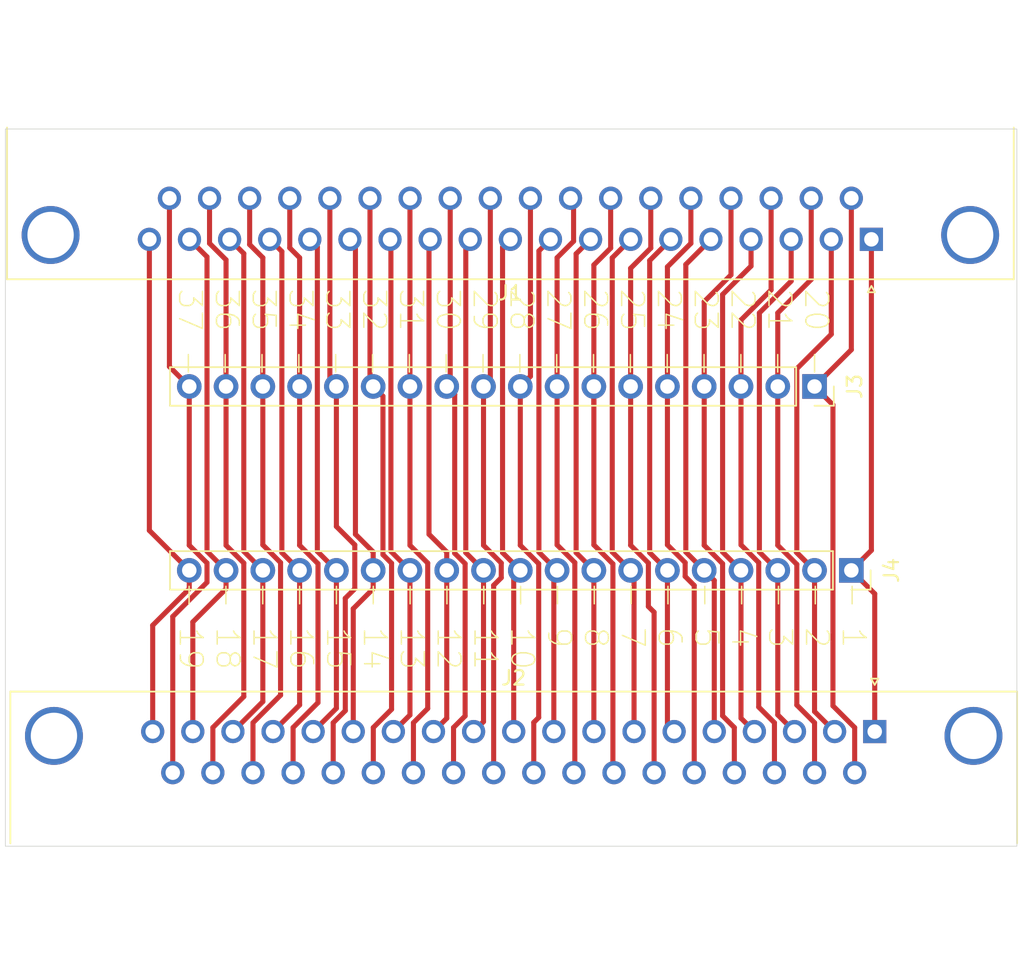
<source format=kicad_pcb>
(kicad_pcb (version 20240108) (generator "pcbnew") (generator_version "8.0")
  (layers (0 "F.Cu" signal) (31 "B.Cu" signal) (34 "B.Paste" user) (35 "F.Paste" user) (36 "B.SilkS" user "B.Silkscreen") (37 "F.SilkS" user "F.Silkscreen") (38 "B.Mask" user) (39 "F.Mask" user) (44 "Edge.Cuts" user))
  (net 0 "")
  (net 1 "9")
  (net 2 "21")
  (net 3 "32")
  (net 4 "2")
  (net 5 "11")
  (net 6 "30")
  (net 7 "23")
  (net 8 "31")
  (net 9 "10")
  (net 10 "15")
  (net 11 "18")
  (net 12 "27")
  (net 13 "8")
  (net 14 "17")
  (net 15 "5")
  (net 16 "35")
  (net 17 "6")
  (net 18 "37")
  (net 19 "14")
  (net 20 "3")
  (net 21 "12")
  (net 22 "22")
  (net 23 "20")
  (net 24 "29")
  (net 25 "19")
  (net 26 "7")
  (net 27 "13")
  (net 28 "16")
  (net 29 "34")
  (net 30 "33")
  (net 31 "36")
  (net 32 "25")
  (net 33 "28")
  (net 34 "4")
  (net 35 "1")
  (net 36 "24")
  (net 37 "26")
  (footprint "Connector_PinSocket_2.54mm:PinSocket_1x18_P2.54mm_Vertical" (layer "F.Cu") (at 172.72 48.26 -90)
    (property "Reference" "J3" (at 0 -2.77 90) (layer "F.SilkS"))
    (property "Value" "Conn_01x18_Pin")
    (fp_line (start -1.33 44.51) (end 1.33 44.51) (stroke (width 0.12)) (layer "F.SilkS"))
    (fp_line (start -1.33 1.27) (end -1.33 44.51) (stroke (width 0.12)) (layer "F.SilkS"))
    (fp_line (start -1.33 1.27) (end 1.33 1.27) (stroke (width 0.12)) (layer "F.SilkS"))
    (fp_line (start 1.33 1.27) (end 1.33 44.51) (stroke (width 0.12)) (layer "F.SilkS"))
    (fp_line (start 0 -1.33) (end 1.33 -1.33) (stroke (width 0.12)) (layer "F.SilkS"))
    (fp_line (start 1.33 -1.33) (end 1.33 0) (stroke (width 0.12)) (layer "F.SilkS"))
    (pad "1" thru_hole rect (at 0 0 270) (size 1.7 1.7) (drill 1) (layers "*.Cu" "*.Mask") (net 23 "20"))
    (pad "2" thru_hole oval (at 0 2.54 270) (size 1.7 1.7) (drill 1) (layers "*.Cu" "*.Mask") (net 2 "21"))
    (pad "3" thru_hole oval (at 0 5.08 270) (size 1.7 1.7) (drill 1) (layers "*.Cu" "*.Mask") (net 22 "22"))
    (pad "4" thru_hole oval (at 0 7.62 270) (size 1.7 1.7) (drill 1) (layers "*.Cu" "*.Mask") (net 7 "23"))
    (pad "5" thru_hole oval (at 0 10.16 270) (size 1.7 1.7) (drill 1) (layers "*.Cu" "*.Mask") (net 36 "24"))
    (pad "6" thru_hole oval (at 0 12.7 270) (size 1.7 1.7) (drill 1) (layers "*.Cu" "*.Mask") (net 32 "25"))
    (pad "7" thru_hole oval (at 0 15.24 270) (size 1.7 1.7) (drill 1) (layers "*.Cu" "*.Mask") (net 37 "26"))
    (pad "8" thru_hole oval (at 0 17.78 270) (size 1.7 1.7) (drill 1) (layers "*.Cu" "*.Mask") (net 12 "27"))
    (pad "9" thru_hole oval (at 0 20.32 270) (size 1.7 1.7) (drill 1) (layers "*.Cu" "*.Mask") (net 33 "28"))
    (pad "10" thru_hole oval (at 0 22.86 270) (size 1.7 1.7) (drill 1) (layers "*.Cu" "*.Mask") (net 24 "29"))
    (pad "11" thru_hole oval (at 0 25.4 270) (size 1.7 1.7) (drill 1) (layers "*.Cu" "*.Mask") (net 6 "30"))
    (pad "12" thru_hole oval (at 0 27.94 270) (size 1.7 1.7) (drill 1) (layers "*.Cu" "*.Mask") (net 8 "31"))
    (pad "13" thru_hole oval (at 0 30.48 270) (size 1.7 1.7) (drill 1) (layers "*.Cu" "*.Mask") (net 3 "32"))
    (pad "14" thru_hole oval (at 0 33.02 270) (size 1.7 1.7) (drill 1) (layers "*.Cu" "*.Mask") (net 30 "33"))
    (pad "15" thru_hole oval (at 0 35.56 270) (size 1.7 1.7) (drill 1) (layers "*.Cu" "*.Mask") (net 29 "34"))
    (pad "16" thru_hole oval (at 0 38.1 270) (size 1.7 1.7) (drill 1) (layers "*.Cu" "*.Mask") (net 16 "35"))
    (pad "17" thru_hole oval (at 0 40.64 270) (size 1.7 1.7) (drill 1) (layers "*.Cu" "*.Mask") (net 31 "36"))
    (pad "18" thru_hole oval (at 0 43.18 270) (size 1.7 1.7) (drill 1) (layers "*.Cu" "*.Mask") (net 18 "37"))
  )
  (footprint "Connector_Dsub:DSUB-37_Female_Horizontal_P2.77x2.84mm_EdgePinOffset4.94mm_Housed_MountingHolesOffset7.48mm" (layer "F.Cu") (at 176.875 72.09)
    (property "Reference" "J2" (at -24.93 -3.7 0) (layer "F.SilkS"))
    (property "Value" "DC37_Receptacle")
    (fp_line (start -59.69 -2.76) (end 9.83 -2.76) (stroke (width 0.12)) (layer "F.SilkS"))
    (fp_line (start -59.69 7.72) (end -59.69 -2.76) (stroke (width 0.12)) (layer "F.SilkS"))
    (fp_line (start -0.25 -3.654338) (end 0.25 -3.654338) (stroke (width 0.12)) (layer "F.SilkS"))
    (fp_line (start 0 -3.221325) (end -0.25 -3.654338) (stroke (width 0.12)) (layer "F.SilkS"))
    (fp_line (start 0.25 -3.654338) (end 0 -3.221325) (stroke (width 0.12)) (layer "F.SilkS"))
    (fp_line (start 9.83 -2.76) (end 9.83 7.72) (stroke (width 0.12)) (layer "F.SilkS"))
    (pad "0" thru_hole circle (at -56.68 0.3) (size 4 4) (drill 3.2) (layers "*.Cu" "*.Mask"))
    (pad "0" thru_hole circle (at 6.82 0.3) (size 4 4) (drill 3.2) (layers "*.Cu" "*.Mask"))
    (pad "1" thru_hole rect (at 0 0) (size 1.6 1.6) (drill 1) (layers "*.Cu" "*.Mask") (net 35 "1"))
    (pad "2" thru_hole circle (at -2.77 0) (size 1.6 1.6) (drill 1) (layers "*.Cu" "*.Mask") (net 4 "2"))
    (pad "3" thru_hole circle (at -5.54 0) (size 1.6 1.6) (drill 1) (layers "*.Cu" "*.Mask") (net 20 "3"))
    (pad "4" thru_hole circle (at -8.31 0) (size 1.6 1.6) (drill 1) (layers "*.Cu" "*.Mask") (net 34 "4"))
    (pad "5" thru_hole circle (at -11.08 0) (size 1.6 1.6) (drill 1) (layers "*.Cu" "*.Mask") (net 15 "5"))
    (pad "6" thru_hole circle (at -13.85 0) (size 1.6 1.6) (drill 1) (layers "*.Cu" "*.Mask") (net 17 "6"))
    (pad "7" thru_hole circle (at -16.62 0) (size 1.6 1.6) (drill 1) (layers "*.Cu" "*.Mask") (net 26 "7"))
    (pad "8" thru_hole circle (at -19.39 0) (size 1.6 1.6) (drill 1) (layers "*.Cu" "*.Mask") (net 13 "8"))
    (pad "9" thru_hole circle (at -22.16 0) (size 1.6 1.6) (drill 1) (layers "*.Cu" "*.Mask") (net 1 "9"))
    (pad "10" thru_hole circle (at -24.93 0) (size 1.6 1.6) (drill 1) (layers "*.Cu" "*.Mask") (net 9 "10"))
    (pad "11" thru_hole circle (at -27.7 0) (size 1.6 1.6) (drill 1) (layers "*.Cu" "*.Mask") (net 5 "11"))
    (pad "12" thru_hole circle (at -30.47 0) (size 1.6 1.6) (drill 1) (layers "*.Cu" "*.Mask") (net 21 "12"))
    (pad "13" thru_hole circle (at -33.24 0) (size 1.6 1.6) (drill 1) (layers "*.Cu" "*.Mask") (net 27 "13"))
    (pad "14" thru_hole circle (at -36.01 0) (size 1.6 1.6) (drill 1) (layers "*.Cu" "*.Mask") (net 19 "14"))
    (pad "15" thru_hole circle (at -38.78 0) (size 1.6 1.6) (drill 1) (layers "*.Cu" "*.Mask") (net 10 "15"))
    (pad "16" thru_hole circle (at -41.55 0) (size 1.6 1.6) (drill 1) (layers "*.Cu" "*.Mask") (net 28 "16"))
    (pad "17" thru_hole circle (at -44.32 0) (size 1.6 1.6) (drill 1) (layers "*.Cu" "*.Mask") (net 14 "17"))
    (pad "18" thru_hole circle (at -47.09 0) (size 1.6 1.6) (drill 1) (layers "*.Cu" "*.Mask") (net 11 "18"))
    (pad "19" thru_hole circle (at -49.86 0) (size 1.6 1.6) (drill 1) (layers "*.Cu" "*.Mask") (net 25 "19"))
    (pad "20" thru_hole circle (at -1.385 2.84) (size 1.6 1.6) (drill 1) (layers "*.Cu" "*.Mask") (net 23 "20"))
    (pad "21" thru_hole circle (at -4.155 2.84) (size 1.6 1.6) (drill 1) (layers "*.Cu" "*.Mask") (net 2 "21"))
    (pad "22" thru_hole circle (at -6.925 2.84) (size 1.6 1.6) (drill 1) (layers "*.Cu" "*.Mask") (net 22 "22"))
    (pad "23" thru_hole circle (at -9.695 2.84) (size 1.6 1.6) (drill 1) (layers "*.Cu" "*.Mask") (net 7 "23"))
    (pad "24" thru_hole circle (at -12.465 2.84) (size 1.6 1.6) (drill 1) (layers "*.Cu" "*.Mask") (net 36 "24"))
    (pad "25" thru_hole circle (at -15.235 2.84) (size 1.6 1.6) (drill 1) (layers "*.Cu" "*.Mask") (net 32 "25"))
    (pad "26" thru_hole circle (at -18.005 2.84) (size 1.6 1.6) (drill 1) (layers "*.Cu" "*.Mask") (net 37 "26"))
    (pad "27" thru_hole circle (at -20.775 2.84) (size 1.6 1.6) (drill 1) (layers "*.Cu" "*.Mask") (net 12 "27"))
    (pad "28" thru_hole circle (at -23.545 2.84) (size 1.6 1.6) (drill 1) (layers "*.Cu" "*.Mask") (net 33 "28"))
    (pad "29" thru_hole circle (at -26.315 2.84) (size 1.6 1.6) (drill 1) (layers "*.Cu" "*.Mask") (net 24 "29"))
    (pad "30" thru_hole circle (at -29.085 2.84) (size 1.6 1.6) (drill 1) (layers "*.Cu" "*.Mask") (net 6 "30"))
    (pad "31" thru_hole circle (at -31.855 2.84) (size 1.6 1.6) (drill 1) (layers "*.Cu" "*.Mask") (net 8 "31"))
    (pad "32" thru_hole circle (at -34.625 2.84) (size 1.6 1.6) (drill 1) (layers "*.Cu" "*.Mask") (net 3 "32"))
    (pad "33" thru_hole circle (at -37.395 2.84) (size 1.6 1.6) (drill 1) (layers "*.Cu" "*.Mask") (net 30 "33"))
    (pad "34" thru_hole circle (at -40.165 2.84) (size 1.6 1.6) (drill 1) (layers "*.Cu" "*.Mask") (net 29 "34"))
    (pad "35" thru_hole circle (at -42.935 2.84) (size 1.6 1.6) (drill 1) (layers "*.Cu" "*.Mask") (net 16 "35"))
    (pad "36" thru_hole circle (at -45.705 2.84) (size 1.6 1.6) (drill 1) (layers "*.Cu" "*.Mask") (net 31 "36"))
    (pad "37" thru_hole circle (at -48.475 2.84) (size 1.6 1.6) (drill 1) (layers "*.Cu" "*.Mask") (net 18 "37"))
  )
  (footprint "Connector_Dsub:DSUB-37_Male_Horizontal_P2.77x2.84mm_EdgePinOffset4.94mm_Housed_MountingHolesOffset7.48mm" (layer "F.Cu") (at 176.645 38.1 180)
    (property "Reference" "J1" (at 24.93 -3.7 0) (layer "F.SilkS"))
    (property "Value" "DC37_Plug")
    (fp_line (start 59.69 -2.76) (end 59.69 7.72) (stroke (width 0.12)) (layer "F.SilkS"))
    (fp_line (start 0.25 -3.654338) (end 0 -3.221325) (stroke (width 0.12)) (layer "F.SilkS"))
    (fp_line (start 0 -3.221325) (end -0.25 -3.654338) (stroke (width 0.12)) (layer "F.SilkS"))
    (fp_line (start -0.25 -3.654338) (end 0.25 -3.654338) (stroke (width 0.12)) (layer "F.SilkS"))
    (fp_line (start -9.83 7.72) (end -9.83 -2.76) (stroke (width 0.12)) (layer "F.SilkS"))
    (fp_line (start -9.83 -2.76) (end 59.69 -2.76) (stroke (width 0.12)) (layer "F.SilkS"))
    (pad "0" thru_hole circle (at -6.82 0.3 180) (size 4 4) (drill 3.2) (layers "*.Cu" "*.Mask"))
    (pad "0" thru_hole circle (at 56.68 0.3 180) (size 4 4) (drill 3.2) (layers "*.Cu" "*.Mask"))
    (pad "1" thru_hole rect (at 0 0 180) (size 1.6 1.6) (drill 1) (layers "*.Cu" "*.Mask") (net 35 "1"))
    (pad "2" thru_hole circle (at 2.77 0 180) (size 1.6 1.6) (drill 1) (layers "*.Cu" "*.Mask") (net 4 "2"))
    (pad "3" thru_hole circle (at 5.54 0 180) (size 1.6 1.6) (drill 1) (layers "*.Cu" "*.Mask") (net 20 "3"))
    (pad "4" thru_hole circle (at 8.31 0 180) (size 1.6 1.6) (drill 1) (layers "*.Cu" "*.Mask") (net 34 "4"))
    (pad "5" thru_hole circle (at 11.08 0 180) (size 1.6 1.6) (drill 1) (layers "*.Cu" "*.Mask") (net 15 "5"))
    (pad "6" thru_hole circle (at 13.85 0 180) (size 1.6 1.6) (drill 1) (layers "*.Cu" "*.Mask") (net 17 "6"))
    (pad "7" thru_hole circle (at 16.62 0 180) (size 1.6 1.6) (drill 1) (layers "*.Cu" "*.Mask") (net 26 "7"))
    (pad "8" thru_hole circle (at 19.39 0 180) (size 1.6 1.6) (drill 1) (layers "*.Cu" "*.Mask") (net 13 "8"))
    (pad "9" thru_hole circle (at 22.16 0 180) (size 1.6 1.6) (drill 1) (layers "*.Cu" "*.Mask") (net 1 "9"))
    (pad "10" thru_hole circle (at 24.93 0 180) (size 1.6 1.6) (drill 1) (layers "*.Cu" "*.Mask") (net 9 "10"))
    (pad "11" thru_hole circle (at 27.7 0 180) (size 1.6 1.6) (drill 1) (layers "*.Cu" "*.Mask") (net 5 "11"))
    (pad "12" thru_hole circle (at 30.47 0 180) (size 1.6 1.6) (drill 1) (layers "*.Cu" "*.Mask") (net 21 "12"))
    (pad "13" thru_hole circle (at 33.24 0 180) (size 1.6 1.6) (drill 1) (layers "*.Cu" "*.Mask") (net 27 "13"))
    (pad "14" thru_hole circle (at 36.01 0 180) (size 1.6 1.6) (drill 1) (layers "*.Cu" "*.Mask") (net 19 "14"))
    (pad "15" thru_hole circle (at 38.78 0 180) (size 1.6 1.6) (drill 1) (layers "*.Cu" "*.Mask") (net 10 "15"))
    (pad "16" thru_hole circle (at 41.55 0 180) (size 1.6 1.6) (drill 1) (layers "*.Cu" "*.Mask") (net 28 "16"))
    (pad "17" thru_hole circle (at 44.32 0 180) (size 1.6 1.6) (drill 1) (layers "*.Cu" "*.Mask") (net 14 "17"))
    (pad "18" thru_hole circle (at 47.09 0 180) (size 1.6 1.6) (drill 1) (layers "*.Cu" "*.Mask") (net 11 "18"))
    (pad "19" thru_hole circle (at 49.86 0 180) (size 1.6 1.6) (drill 1) (layers "*.Cu" "*.Mask") (net 25 "19"))
    (pad "20" thru_hole circle (at 1.385 2.84 180) (size 1.6 1.6) (drill 1) (layers "*.Cu" "*.Mask") (net 23 "20"))
    (pad "21" thru_hole circle (at 4.155 2.84 180) (size 1.6 1.6) (drill 1) (layers "*.Cu" "*.Mask") (net 2 "21"))
    (pad "22" thru_hole circle (at 6.925 2.84 180) (size 1.6 1.6) (drill 1) (layers "*.Cu" "*.Mask") (net 22 "22"))
    (pad "23" thru_hole circle (at 9.695 2.84 180) (size 1.6 1.6) (drill 1) (layers "*.Cu" "*.Mask") (net 7 "23"))
    (pad "24" thru_hole circle (at 12.465 2.84 180) (size 1.6 1.6) (drill 1) (layers "*.Cu" "*.Mask") (net 36 "24"))
    (pad "25" thru_hole circle (at 15.235 2.84 180) (size 1.6 1.6) (drill 1) (layers "*.Cu" "*.Mask") (net 32 "25"))
    (pad "26" thru_hole circle (at 18.005 2.84 180) (size 1.6 1.6) (drill 1) (layers "*.Cu" "*.Mask") (net 37 "26"))
    (pad "27" thru_hole circle (at 20.775 2.84 180) (size 1.6 1.6) (drill 1) (layers "*.Cu" "*.Mask") (net 12 "27"))
    (pad "28" thru_hole circle (at 23.545 2.84 180) (size 1.6 1.6) (drill 1) (layers "*.Cu" "*.Mask") (net 33 "28"))
    (pad "29" thru_hole circle (at 26.315 2.84 180) (size 1.6 1.6) (drill 1) (layers "*.Cu" "*.Mask") (net 24 "29"))
    (pad "30" thru_hole circle (at 29.085 2.84 180) (size 1.6 1.6) (drill 1) (layers "*.Cu" "*.Mask") (net 6 "30"))
    (pad "31" thru_hole circle (at 31.855 2.84 180) (size 1.6 1.6) (drill 1) (layers "*.Cu" "*.Mask") (net 8 "31"))
    (pad "32" thru_hole circle (at 34.625 2.84 180) (size 1.6 1.6) (drill 1) (layers "*.Cu" "*.Mask") (net 3 "32"))
    (pad "33" thru_hole circle (at 37.395 2.84 180) (size 1.6 1.6) (drill 1) (layers "*.Cu" "*.Mask") (net 30 "33"))
    (pad "34" thru_hole circle (at 40.165 2.84 180) (size 1.6 1.6) (drill 1) (layers "*.Cu" "*.Mask") (net 29 "34"))
    (pad "35" thru_hole circle (at 42.935 2.84 180) (size 1.6 1.6) (drill 1) (layers "*.Cu" "*.Mask") (net 16 "35"))
    (pad "36" thru_hole circle (at 45.705 2.84 180) (size 1.6 1.6) (drill 1) (layers "*.Cu" "*.Mask") (net 31 "36"))
    (pad "37" thru_hole circle (at 48.475 2.84 180) (size 1.6 1.6) (drill 1) (layers "*.Cu" "*.Mask") (net 18 "37"))
  )
  (footprint "Connector_PinSocket_2.54mm:PinSocket_1x19_P2.54mm_Vertical" (layer "F.Cu") (at 175.26 60.96 -90)
    (property "Reference" "J4" (at 0 -2.77 90) (layer "F.SilkS"))
    (property "Value" "Conn_01x19_Pin")
    (fp_line (start -1.33 47.05) (end 1.33 47.05) (stroke (width 0.12)) (layer "F.SilkS"))
    (fp_line (start -1.33 1.27) (end -1.33 47.05) (stroke (width 0.12)) (layer "F.SilkS"))
    (fp_line (start -1.33 1.27) (end 1.33 1.27) (stroke (width 0.12)) (layer "F.SilkS"))
    (fp_line (start 1.33 1.27) (end 1.33 47.05) (stroke (width 0.12)) (layer "F.SilkS"))
    (fp_line (start 0 -1.33) (end 1.33 -1.33) (stroke (width 0.12)) (layer "F.SilkS"))
    (fp_line (start 1.33 -1.33) (end 1.33 0) (stroke (width 0.12)) (layer "F.SilkS"))
    (pad "1" thru_hole rect (at 0 0 270) (size 1.7 1.7) (drill 1) (layers "*.Cu" "*.Mask") (net 35 "1"))
    (pad "2" thru_hole oval (at 0 2.54 270) (size 1.7 1.7) (drill 1) (layers "*.Cu" "*.Mask") (net 4 "2"))
    (pad "3" thru_hole oval (at 0 5.08 270) (size 1.7 1.7) (drill 1) (layers "*.Cu" "*.Mask") (net 20 "3"))
    (pad "4" thru_hole oval (at 0 7.62 270) (size 1.7 1.7) (drill 1) (layers "*.Cu" "*.Mask") (net 34 "4"))
    (pad "5" thru_hole oval (at 0 10.16 270) (size 1.7 1.7) (drill 1) (layers "*.Cu" "*.Mask") (net 15 "5"))
    (pad "6" thru_hole oval (at 0 12.7 270) (size 1.7 1.7) (drill 1) (layers "*.Cu" "*.Mask") (net 17 "6"))
    (pad "7" thru_hole oval (at 0 15.24 270) (size 1.7 1.7) (drill 1) (layers "*.Cu" "*.Mask") (net 26 "7"))
    (pad "8" thru_hole oval (at 0 17.78 270) (size 1.7 1.7) (drill 1) (layers "*.Cu" "*.Mask") (net 13 "8"))
    (pad "9" thru_hole oval (at 0 20.32 270) (size 1.7 1.7) (drill 1) (layers "*.Cu" "*.Mask") (net 1 "9"))
    (pad "10" thru_hole oval (at 0 22.86 270) (size 1.7 1.7) (drill 1) (layers "*.Cu" "*.Mask") (net 9 "10"))
    (pad "11" thru_hole oval (at 0 25.4 270) (size 1.7 1.7) (drill 1) (layers "*.Cu" "*.Mask") (net 5 "11"))
    (pad "12" thru_hole oval (at 0 27.94 270) (size 1.7 1.7) (drill 1) (layers "*.Cu" "*.Mask") (net 21 "12"))
    (pad "13" thru_hole oval (at 0 30.48 270) (size 1.7 1.7) (drill 1) (layers "*.Cu" "*.Mask") (net 27 "13"))
    (pad "14" thru_hole oval (at 0 33.02 270) (size 1.7 1.7) (drill 1) (layers "*.Cu" "*.Mask") (net 19 "14"))
    (pad "15" thru_hole oval (at 0 35.56 270) (size 1.7 1.7) (drill 1) (layers "*.Cu" "*.Mask") (net 10 "15"))
    (pad "16" thru_hole oval (at 0 38.1 270) (size 1.7 1.7) (drill 1) (layers "*.Cu" "*.Mask") (net 28 "16"))
    (pad "17" thru_hole oval (at 0 40.64 270) (size 1.7 1.7) (drill 1) (layers "*.Cu" "*.Mask") (net 14 "17"))
    (pad "18" thru_hole oval (at 0 43.18 270) (size 1.7 1.7) (drill 1) (layers "*.Cu" "*.Mask") (net 11 "18"))
    (pad "19" thru_hole oval (at 0 45.72 270) (size 1.7 1.7) (drill 1) (layers "*.Cu" "*.Mask") (net 25 "19"))
  )
  (gr_rect (start 116.84 30.48) (end 186.69 80.01) (stroke (width 0.05)) (fill none) (layer "Edge.Cuts"))
  (gr_text "- 1\n- 2\n- 3\n- 4\n- 5\n- 6\n- 7\n- 8\n- 9\n- 10\n- 11\n- 12\n- 13\n- 14\n- 15\n- 16\n- 17\n- 18\n- 19" (at 128.7272 61.6204 270) (layer "F.SilkS") (effects (font (size 1.58 1.58) (thickness 0.1)) (justify left bottom)))
  (gr_text "20 -\n21 -\n22 -\n23 -\n24 -\n25 -\n26 -\n27 -\n28 -\n29 -\n30 -\n31 -\n32 -\n33 -\n34 -\n35 -\n36 -\n37 -" (at 128.6764 41.402 270) (layer "F.SilkS") (effects (font (size 1.58 1.58) (thickness 0.1)) (justify left bottom)))
  (segment (start 153.685001 59.705001) (end 154.94 60.96) (width 0.35) (layer "F.Cu") (net 1))
  (segment (start 154.715 72.09) (end 154.715 61.185) (width 0.35) (layer "F.Cu") (net 1))
  (segment (start 154.715 61.185) (end 154.94 60.96) (width 0.35) (layer "F.Cu") (net 1))
  (segment (start 154.485 38.1) (end 153.685001 38.899999) (width 0.35) (layer "F.Cu") (net 1))
  (segment (start 153.685001 38.899999) (end 153.685001 59.705001) (width 0.35) (layer "F.Cu") (net 1))
  (segment (start 171.495 70.257818) (end 172.72 71.482818) (width 0.35) (layer "F.Cu") (net 2))
  (segment (start 172.49 35.26) (end 172.49 40.87) (width 0.35) (layer "F.Cu") (net 2))
  (segment (start 172.72 71.482818) (end 172.72 74.93) (width 0.35) (layer "F.Cu") (net 2))
  (segment (start 170.18 59.227588) (end 171.495 60.542588) (width 0.35) (layer "F.Cu") (net 2))
  (segment (start 171.495 60.542588) (end 171.495 70.257818) (width 0.35) (layer "F.Cu") (net 2))
  (segment (start 170.18 48.26) (end 170.18 59.227588) (width 0.35) (layer "F.Cu") (net 2))
  (segment (start 172.49 40.87) (end 170.18 43.18) (width 0.35) (layer "F.Cu") (net 2))
  (segment (start 170.18 43.18) (end 170.18 48.26) (width 0.35) (layer "F.Cu") (net 2))
  (segment (start 142.02 48.04) (end 142.24 48.26) (width 0.35) (layer "F.Cu") (net 3))
  (segment (start 142.02 35.26) (end 142.02 48.04) (width 0.35) (layer "F.Cu") (net 3))
  (segment (start 142.24 48.26) (end 142.915 48.935) (width 0.35) (layer "F.Cu") (net 3))
  (segment (start 142.25 71.813299) (end 142.25 74.93) (width 0.35) (layer "F.Cu") (net 3))
  (segment (start 142.915 59.872817) (end 143.51 60.467817) (width 0.35) (layer "F.Cu") (net 3))
  (segment (start 143.51 70.553299) (end 142.25 71.813299) (width 0.35) (layer "F.Cu") (net 3))
  (segment (start 142.915 48.935) (end 142.915 59.872817) (width 0.35) (layer "F.Cu") (net 3))
  (segment (start 143.51 60.467817) (end 143.51 70.553299) (width 0.35) (layer "F.Cu") (net 3))
  (segment (start 173.875 44.655) (end 171.495 47.035) (width 0.35) (layer "F.Cu") (net 4))
  (segment (start 171.495 59.735) (end 172.72 60.96) (width 0.35) (layer "F.Cu") (net 4))
  (segment (start 172.72 60.96) (end 171.45 59.69) (width 0.35) (layer "F.Cu") (net 4))
  (segment (start 172.72 70.705) (end 174.105 72.09) (width 0.35) (layer "F.Cu") (net 4))
  (segment (start 173.875 38.1) (end 173.875 44.655) (width 0.35) (layer "F.Cu") (net 4))
  (segment (start 172.72 60.96) (end 172.72 70.705) (width 0.35) (layer "F.Cu") (net 4))
  (segment (start 171.495 47.035) (end 171.495 59.735) (width 0.35) (layer "F.Cu") (net 4))
  (segment (start 149.86 71.405) (end 149.175 72.09) (width 0.35) (layer "F.Cu") (net 5))
  (segment (start 148.945 38.1) (end 148.635 38.41) (width 0.35) (layer "F.Cu") (net 5))
  (segment (start 148.635 38.41) (end 148.635 59.735) (width 0.35) (layer "F.Cu") (net 5))
  (segment (start 149.86 60.96) (end 149.86 71.405) (width 0.35) (layer "F.Cu") (net 5))
  (segment (start 148.635 59.735) (end 149.86 60.96) (width 0.35) (layer "F.Cu") (net 5))
  (segment (start 147.87 48.81) (end 147.87 59.777588) (width 0.35) (layer "F.Cu") (net 6))
  (segment (start 147.32 48.26) (end 147.87 48.81) (width 0.35) (layer "F.Cu") (net 6))
  (segment (start 148.59 71.013299) (end 147.79 71.813299) (width 0.35) (layer "F.Cu") (net 6))
  (segment (start 148.59 60.497588) (end 148.59 71.013299) (width 0.35) (layer "F.Cu") (net 6))
  (segment (start 147.56 35.26) (end 147.56 48.02) (width 0.35) (layer "F.Cu") (net 6))
  (segment (start 147.56 48.02) (end 147.32 48.26) (width 0.35) (layer "F.Cu") (net 6))
  (segment (start 147.87 59.777588) (end 148.59 60.497588) (width 0.35) (layer "F.Cu") (net 6))
  (segment (start 147.79 71.813299) (end 147.79 74.93) (width 0.35) (layer "F.Cu") (net 6))
  (segment (start 166.37 71.003299) (end 167.18 71.813299) (width 0.35) (layer "F.Cu") (net 7))
  (segment (start 165.1 59.227588) (end 166.37 60.497588) (width 0.35) (layer "F.Cu") (net 7))
  (segment (start 166.37 60.497588) (end 166.37 71.003299) (width 0.35) (layer "F.Cu") (net 7))
  (segment (start 167.18 71.813299) (end 167.18 74.93) (width 0.35) (layer "F.Cu") (net 7))
  (segment (start 166.95 40.552182) (end 165.1 42.402182) (width 0.35) (layer "F.Cu") (net 7))
  (segment (start 165.1 42.402182) (end 165.1 48.26) (width 0.35) (layer "F.Cu") (net 7))
  (segment (start 165.1 48.26) (end 165.1 59.227588) (width 0.35) (layer "F.Cu") (net 7))
  (segment (start 166.95 35.26) (end 166.95 40.552182) (width 0.35) (layer "F.Cu") (net 7))
  (segment (start 144.78 59.227588) (end 144.78 48.26) (width 0.35) (layer "F.Cu") (net 8))
  (segment (start 144.78 48.26) (end 144.78 35.27) (width 0.35) (layer "F.Cu") (net 8))
  (segment (start 145.02 71.482818) (end 146.005 70.497818) (width 0.35) (layer "F.Cu") (net 8))
  (segment (start 145.02 74.93) (end 145.02 71.482818) (width 0.35) (layer "F.Cu") (net 8))
  (segment (start 144.78 35.27) (end 144.79 35.26) (width 0.35) (layer "F.Cu") (net 8))
  (segment (start 146.005 70.497818) (end 146.005 60.452588) (width 0.35) (layer "F.Cu") (net 8))
  (segment (start 146.005 60.452588) (end 144.78 59.227588) (width 0.35) (layer "F.Cu") (net 8))
  (segment (start 152.4 60.96) (end 151.175 59.735) (width 0.35) (layer "F.Cu") (net 9))
  (segment (start 151.175 38.64) (end 151.715 38.1) (width 0.35) (layer "F.Cu") (net 9))
  (segment (start 151.175 59.735) (end 151.175 38.64) (width 0.35) (layer "F.Cu") (net 9))
  (segment (start 151.945 72.09) (end 151.945 61.415) (width 0.35) (layer "F.Cu") (net 9))
  (segment (start 151.945 61.415) (end 152.4 60.96) (width 0.35) (layer "F.Cu") (net 9))
  (segment (start 138.385 59.645) (end 139.7 60.96) (width 0.35) (layer "F.Cu") (net 10))
  (segment (start 139.7 60.96) (end 139.7 70.485) (width 0.35) (layer "F.Cu") (net 10))
  (segment (start 139.7 70.485) (end 138.095 72.09) (width 0.35) (layer "F.Cu") (net 10))
  (segment (start 138.385 38.62) (end 138.385 59.645) (width 0.35) (layer "F.Cu") (net 10))
  (segment (start 137.865 38.1) (end 138.385 38.62) (width 0.35) (layer "F.Cu") (net 10))
  (segment (start 132.08 62.23) (end 129.785 64.525) (width 0.35) (layer "F.Cu") (net 11))
  (segment (start 130.765 39.31) (end 130.765 59.645) (width 0.35) (layer "F.Cu") (net 11))
  (segment (start 129.555 38.1) (end 130.765 39.31) (width 0.35) (layer "F.Cu") (net 11))
  (segment (start 129.785 64.525) (end 129.785 72.09) (width 0.35) (layer "F.Cu") (net 11))
  (segment (start 132.08 60.96) (end 132.08 62.23) (width 0.35) (layer "F.Cu") (net 11))
  (segment (start 130.765 59.645) (end 132.08 60.96) (width 0.35) (layer "F.Cu") (net 11))
  (segment (start 154.94 39.37) (end 156.08 38.23) (width 0.35) (layer "F.Cu") (net 12))
  (segment (start 156.08 35.47) (end 155.87 35.26) (width 0.35) (layer "F.Cu") (net 12))
  (segment (start 156.1 74.93) (end 156.165 74.865) (width 0.35) (layer "F.Cu") (net 12))
  (segment (start 156.165 60.422818) (end 154.94 59.197818) (width 0.35) (layer "F.Cu") (net 12))
  (segment (start 156.165 74.865) (end 156.165 60.422818) (width 0.35) (layer "F.Cu") (net 12))
  (segment (start 154.94 48.26) (end 154.94 39.37) (width 0.35) (layer "F.Cu") (net 12))
  (segment (start 156.08 38.23) (end 156.08 35.47) (width 0.35) (layer "F.Cu") (net 12))
  (segment (start 154.94 59.197818) (end 154.94 48.26) (width 0.35) (layer "F.Cu") (net 12))
  (segment (start 157.48 60.96) (end 157.48 72.085) (width 0.35) (layer "F.Cu") (net 13))
  (segment (start 156.255 59.735) (end 156.255 39.1) (width 0.35) (layer "F.Cu") (net 13))
  (segment (start 157.48 60.96) (end 156.255 59.735) (width 0.35) (layer "F.Cu") (net 13))
  (segment (start 157.48 72.085) (end 157.485 72.09) (width 0.35) (layer "F.Cu") (net 13))
  (segment (start 156.255 39.1) (end 157.255 38.1) (width 0.35) (layer "F.Cu") (net 13))
  (segment (start 133.305 59.645) (end 134.62 60.96) (width 0.35) (layer "F.Cu") (net 14))
  (segment (start 133.305 39.08) (end 133.305 59.645) (width 0.35) (layer "F.Cu") (net 14))
  (segment (start 132.325 38.1) (end 133.305 39.08) (width 0.35) (layer "F.Cu") (net 14))
  (segment (start 134.62 60.96) (end 134.62 70.025) (width 0.35) (layer "F.Cu") (net 14))
  (segment (start 134.62 70.025) (end 132.555 72.09) (width 0.35) (layer "F.Cu") (net 14))
  (segment (start 165.795 61.655) (end 165.1 60.96) (width 0.35) (layer "F.Cu") (net 15))
  (segment (start 163.83 39.835) (end 163.83 59.69) (width 0.35) (layer "F.Cu") (net 15))
  (segment (start 163.83 59.69) (end 165.1 60.96) (width 0.35) (layer "F.Cu") (net 15))
  (segment (start 165.795 72.09) (end 165.795 61.655) (width 0.35) (layer "F.Cu") (net 15))
  (segment (start 165.565 38.1) (end 163.83 39.835) (width 0.35) (layer "F.Cu") (net 15))
  (segment (start 135.845 60.422818) (end 134.62 59.197818) (width 0.35) (layer "F.Cu") (net 16))
  (segment (start 134.62 59.197818) (end 134.62 48.26) (width 0.35) (layer "F.Cu") (net 16))
  (segment (start 134.62 39.37) (end 133.71 38.46) (width 0.35) (layer "F.Cu") (net 16))
  (segment (start 133.71 38.46) (end 133.71 35.26) (width 0.35) (layer "F.Cu") (net 16))
  (segment (start 133.94 74.93) (end 133.94 71.482818) (width 0.35) (layer "F.Cu") (net 16))
  (segment (start 135.845 69.577818) (end 135.845 60.422818) (width 0.35) (layer "F.Cu") (net 16))
  (segment (start 133.94 71.482818) (end 135.845 69.577818) (width 0.35) (layer "F.Cu") (net 16))
  (segment (start 134.62 48.26) (end 134.62 39.37) (width 0.35) (layer "F.Cu") (net 16))
  (segment (start 161.335 39.56) (end 162.795 38.1) (width 0.35) (layer "F.Cu") (net 17))
  (segment (start 162.56 60.96) (end 161.335 59.735) (width 0.35) (layer "F.Cu") (net 17))
  (segment (start 162.56 71.625) (end 163.025 72.09) (width 0.35) (layer "F.Cu") (net 17))
  (segment (start 162.56 60.96) (end 162.56 71.625) (width 0.35) (layer "F.Cu") (net 17))
  (segment (start 161.335 59.735) (end 161.335 39.56) (width 0.35) (layer "F.Cu") (net 17))
  (segment (start 130.765 61.782818) (end 130.765 60.452588) (width 0.35) (layer "F.Cu") (net 18))
  (segment (start 128.4 64.147818) (end 130.765 61.782818) (width 0.35) (layer "F.Cu") (net 18))
  (segment (start 129.54 48.26) (end 128.17 46.89) (width 0.35) (layer "F.Cu") (net 18))
  (segment (start 129.54 59.227588) (end 129.54 48.26) (width 0.35) (layer "F.Cu") (net 18))
  (segment (start 130.765 60.452588) (end 129.54 59.227588) (width 0.35) (layer "F.Cu") (net 18))
  (segment (start 128.4 74.93) (end 128.4 64.147818) (width 0.35) (layer "F.Cu") (net 18))
  (segment (start 128.17 46.89) (end 128.17 35.26) (width 0.35) (layer "F.Cu") (net 18))
  (segment (start 141.015 58.465) (end 141.015 38.48) (width 0.35) (layer "F.Cu") (net 19))
  (segment (start 142.24 62.23) (end 140.865 63.605) (width 0.35) (layer "F.Cu") (net 19))
  (segment (start 142.24 59.69) (end 141.015 58.465) (width 0.35) (layer "F.Cu") (net 19))
  (segment (start 142.24 60.96) (end 142.24 62.23) (width 0.35) (layer "F.Cu") (net 19))
  (segment (start 142.24 60.96) (end 142.24 59.69) (width 0.35) (layer "F.Cu") (net 19))
  (segment (start 141.015 38.48) (end 140.635 38.1) (width 0.35) (layer "F.Cu") (net 19))
  (segment (start 140.865 63.605) (end 140.865 72.09) (width 0.35) (layer "F.Cu") (net 19))
  (segment (start 170.18 60.96) (end 170.18 70.935) (width 0.35) (layer "F.Cu") (net 20))
  (segment (start 171.105 38.1) (end 171.105 40.985) (width 0.35) (layer "F.Cu") (net 20))
  (segment (start 170.18 70.935) (end 171.335 72.09) (width 0.35) (layer "F.Cu") (net 20))
  (segment (start 168.91 43.18) (end 168.91 59.69) (width 0.35) (layer "F.Cu") (net 20))
  (segment (start 171.105 40.985) (end 168.91 43.18) (width 0.35) (layer "F.Cu") (net 20))
  (segment (start 168.91 59.69) (end 170.18 60.96) (width 0.35) (layer "F.Cu") (net 20))
  (segment (start 147.32 71.175) (end 146.405 72.09) (width 0.35) (layer "F.Cu") (net 21))
  (segment (start 147.32 60.96) (end 147.32 59.69) (width 0.35) (layer "F.Cu") (net 21))
  (segment (start 147.32 59.69) (end 146.095 58.465) (width 0.35) (layer "F.Cu") (net 21))
  (segment (start 146.095 38.18) (end 146.175 38.1) (width 0.35) (layer "F.Cu") (net 21))
  (segment (start 146.095 58.465) (end 146.095 38.18) (width 0.35) (layer "F.Cu") (net 21))
  (segment (start 147.32 60.96) (end 147.32 71.175) (width 0.35) (layer "F.Cu") (net 21))
  (segment (start 169.72 41.592182) (end 167.64 43.672182) (width 0.35) (layer "F.Cu") (net 22))
  (segment (start 169.95 74.93) (end 169.95 71.482818) (width 0.35) (layer "F.Cu") (net 22))
  (segment (start 167.64 43.672182) (end 167.64 48.26) (width 0.35) (layer "F.Cu") (net 22))
  (segment (start 167.64 59.197818) (end 167.64 48.26) (width 0.35) (layer "F.Cu") (net 22))
  (segment (start 168.865 60.422818) (end 167.64 59.197818) (width 0.35) (layer "F.Cu") (net 22))
  (segment (start 169.95 71.482818) (end 168.865 70.397818) (width 0.35) (layer "F.Cu") (net 22))
  (segment (start 168.865 70.397818) (end 168.865 60.422818) (width 0.35) (layer "F.Cu") (net 22))
  (segment (start 169.72 35.26) (end 169.72 41.592182) (width 0.35) (layer "F.Cu") (net 22))
  (segment (start 172.72 48.26) (end 175.26 45.72) (width 0.35) (layer "F.Cu") (net 23))
  (segment (start 173.99 49.53) (end 172.72 48.26) (width 0.35) (layer "F.Cu") (net 23))
  (segment (start 175.26 45.72) (end 175.26 35.26) (width 0.35) (layer "F.Cu") (net 23))
  (segment (start 175.49 74.93) (end 175.49 71.813299) (width 0.35) (layer "F.Cu") (net 23))
  (segment (start 175.49 71.813299) (end 173.99 70.313299) (width 0.35) (layer "F.Cu") (net 23))
  (segment (start 173.99 70.313299) (end 173.99 49.53) (width 0.35) (layer "F.Cu") (net 23))
  (segment (start 149.86 59.227588) (end 149.86 48.26) (width 0.35) (layer "F.Cu") (net 24))
  (segment (start 150.33 47.79) (end 150.33 35.26) (width 0.35) (layer "F.Cu") (net 24))
  (segment (start 151.085 61.467412) (end 151.085 60.452588) (width 0.35) (layer "F.Cu") (net 24))
  (segment (start 149.86 48.26) (end 150.33 47.79) (width 0.35) (layer "F.Cu") (net 24))
  (segment (start 151.085 60.452588) (end 149.86 59.227588) (width 0.35) (layer "F.Cu") (net 24))
  (segment (start 150.56 61.992412) (end 151.085 61.467412) (width 0.35) (layer "F.Cu") (net 24))
  (segment (start 150.56 74.93) (end 150.56 61.992412) (width 0.35) (layer "F.Cu") (net 24))
  (segment (start 126.785 58.205) (end 126.785 38.1) (width 0.35) (layer "F.Cu") (net 25))
  (segment (start 127.015 64.755) (end 127.015 72.09) (width 0.35) (layer "F.Cu") (net 25))
  (segment (start 129.54 60.96) (end 129.54 62.23) (width 0.35) (layer "F.Cu") (net 25))
  (segment (start 129.54 60.96) (end 126.785 58.205) (width 0.35) (layer "F.Cu") (net 25))
  (segment (start 129.54 62.23) (end 127.015 64.755) (width 0.35) (layer "F.Cu") (net 25))
  (segment (start 158.75 39.375) (end 158.75 59.69) (width 0.35) (layer "F.Cu") (net 26))
  (segment (start 158.75 59.69) (end 160.02 60.96) (width 0.35) (layer "F.Cu") (net 26))
  (segment (start 160.255 72.09) (end 160.255 61.195) (width 0.35) (layer "F.Cu") (net 26))
  (segment (start 160.025 38.1) (end 158.75 39.375) (width 0.35) (layer "F.Cu") (net 26))
  (segment (start 160.255 61.195) (end 160.02 60.96) (width 0.35) (layer "F.Cu") (net 26))
  (segment (start 143.405 38.1) (end 143.465 38.16) (width 0.35) (layer "F.Cu") (net 27))
  (segment (start 143.465 59.645) (end 144.78 60.96) (width 0.35) (layer "F.Cu") (net 27))
  (segment (start 144.78 60.96) (end 144.78 70.945) (width 0.35) (layer "F.Cu") (net 27))
  (segment (start 143.465 38.16) (end 143.465 59.645) (width 0.35) (layer "F.Cu") (net 27))
  (segment (start 144.78 70.945) (end 143.635 72.09) (width 0.35) (layer "F.Cu") (net 27))
  (segment (start 137.16 60.96) (end 135.935 59.735) (width 0.35) (layer "F.Cu") (net 28))
  (segment (start 135.935 38.94) (end 135.095 38.1) (width 0.35) (layer "F.Cu") (net 28))
  (segment (start 135.935 59.735) (end 135.935 38.94) (width 0.35) (layer "F.Cu") (net 28))
  (segment (start 137.16 70.255) (end 135.325 72.09) (width 0.35) (layer "F.Cu") (net 28))
  (segment (start 137.16 60.96) (end 137.16 70.255) (width 0.35) (layer "F.Cu") (net 28))
  (segment (start 137.16 48.26) (end 137.16 59.227588) (width 0.35) (layer "F.Cu") (net 29))
  (segment (start 137.16 39.37) (end 137.16 48.26) (width 0.35) (layer "F.Cu") (net 29))
  (segment (start 137.16 59.227588) (end 138.43 60.497588) (width 0.35) (layer "F.Cu") (net 29))
  (segment (start 138.43 70.093299) (end 136.71 71.813299) (width 0.35) (layer "F.Cu") (net 29))
  (segment (start 136.48 38.69) (end 137.16 39.37) (width 0.35) (layer "F.Cu") (net 29))
  (segment (start 136.71 71.813299) (end 136.71 74.93) (width 0.35) (layer "F.Cu") (net 29))
  (segment (start 138.43 60.497588) (end 138.43 70.093299) (width 0.35) (layer "F.Cu") (net 29))
  (segment (start 136.48 35.26) (end 136.48 38.69) (width 0.35) (layer "F.Cu") (net 29))
  (segment (start 140.97 59.197818) (end 139.7 57.927818) (width 0.35) (layer "F.Cu") (net 30))
  (segment (start 140.315 70.647818) (end 140.315 62.885) (width 0.35) (layer "F.Cu") (net 30))
  (segment (start 139.7 57.927818) (end 139.7 48.26) (width 0.35) (layer "F.Cu") (net 30))
  (segment (start 139.25 47.81) (end 139.25 35.26) (width 0.35) (layer "F.Cu") (net 30))
  (segment (start 139.7 48.26) (end 139.25 47.81) (width 0.35) (layer "F.Cu") (net 30))
  (segment (start 139.48 71.482818) (end 140.315 70.647818) (width 0.35) (layer "F.Cu") (net 30))
  (segment (start 140.97 62.23) (end 140.97 59.197818) (width 0.35) (layer "F.Cu") (net 30))
  (segment (start 140.315 62.885) (end 140.97 62.23) (width 0.35) (layer "F.Cu") (net 30))
  (segment (start 139.48 74.93) (end 139.48 71.482818) (width 0.35) (layer "F.Cu") (net 30))
  (segment (start 133.305 60.452588) (end 133.305 69.678299) (width 0.35) (layer "F.Cu") (net 31))
  (segment (start 130.94 35.26) (end 130.94 38.376701) (width 0.35) (layer "F.Cu") (net 31))
  (segment (start 132.08 39.516701) (end 132.08 48.26) (width 0.35) (layer "F.Cu") (net 31))
  (segment (start 132.08 59.227588) (end 133.305 60.452588) (width 0.35) (layer "F.Cu") (net 31))
  (segment (start 133.305 69.678299) (end 131.17 71.813299) (width 0.35) (layer "F.Cu") (net 31))
  (segment (start 130.94 38.376701) (end 132.08 39.516701) (width 0.35) (layer "F.Cu") (net 31))
  (segment (start 132.08 48.26) (end 132.08 59.227588) (width 0.35) (layer "F.Cu") (net 31))
  (segment (start 131.17 71.813299) (end 131.17 74.93) (width 0.35) (layer "F.Cu") (net 31))
  (segment (start 160.02 48.26) (end 160.02 59.227588) (width 0.35) (layer "F.Cu") (net 32))
  (segment (start 160.02 40.097182) (end 160.02 48.26) (width 0.35) (layer "F.Cu") (net 32))
  (segment (start 161.41 35.26) (end 161.41 38.707182) (width 0.35) (layer "F.Cu") (net 32))
  (segment (start 161.245 63.455) (end 161.64 63.85) (width 0.35) (layer "F.Cu") (net 32))
  (segment (start 160.02 59.227588) (end 161.245 60.452588) (width 0.35) (layer "F.Cu") (net 32))
  (segment (start 161.41 38.707182) (end 160.02 40.097182) (width 0.35) (layer "F.Cu") (net 32))
  (segment (start 161.64 63.85) (end 161.64 74.93) (width 0.35) (layer "F.Cu") (net 32))
  (segment (start 161.245 60.452588) (end 161.245 63.455) (width 0.35) (layer "F.Cu") (net 32))
  (segment (start 153.67 71.12) (end 153.33 71.46) (width 0.35) (layer "F.Cu") (net 33))
  (segment (start 152.4 48.26) (end 152.4 59.227588) (width 0.35) (layer "F.Cu") (net 33))
  (segment (start 153.1 35.26) (end 153.1 47.56) (width 0.35) (layer "F.Cu") (net 33))
  (segment (start 153.67 60.497588) (end 153.67 71.12) (width 0.35) (layer "F.Cu") (net 33))
  (segment (start 153.1 47.56) (end 152.4 48.26) (width 0.35) (layer "F.Cu") (net 33))
  (segment (start 153.33 71.46) (end 153.33 74.93) (width 0.35) (layer "F.Cu") (net 33))
  (segment (start 152.4 59.227588) (end 153.67 60.497588) (width 0.35) (layer "F.Cu") (net 33))
  (segment (start 166.37 59.69) (end 166.37 41.91) (width 0.35) (layer "F.Cu") (net 34))
  (segment (start 167.64 71.165) (end 168.565 72.09) (width 0.35) (layer "F.Cu") (net 34))
  (segment (start 167.64 60.96) (end 167.64 71.165) (width 0.35) (layer "F.Cu") (net 34))
  (segment (start 166.37 41.91) (end 168.335 39.945) (width 0.35) (layer "F.Cu") (net 34))
  (segment (start 168.335 39.945) (end 168.335 38.1) (width 0.35) (layer "F.Cu") (net 34))
  (segment (start 167.64 60.96) (end 166.37 59.69) (width 0.35) (layer "F.Cu") (net 34))
  (segment (start 176.645 59.575) (end 175.26 60.96) (width 0.35) (layer "F.Cu") (net 35))
  (segment (start 176.875 62.575) (end 175.26 60.96) (width 0.35) (layer "F.Cu") (net 35))
  (segment (start 176.645 38.1) (end 176.645 59.575) (width 0.35) (layer "F.Cu") (net 35))
  (segment (start 176.875 72.09) (end 176.875 62.575) (width 0.35) (layer "F.Cu") (net 35))
  (segment (start 162.56 59.197818) (end 162.56 48.26) (width 0.35) (layer "F.Cu") (net 36))
  (segment (start 163.785 60.422818) (end 162.56 59.197818) (width 0.35) (layer "F.Cu") (net 36))
  (segment (start 164.41 62.002412) (end 163.785 61.377412) (width 0.35) (layer "F.Cu") (net 36))
  (segment (start 164.18 38.376701) (end 164.18 35.26) (width 0.35) (layer "F.Cu") (net 36))
  (segment (start 162.56 39.996701) (end 164.18 38.376701) (width 0.35) (layer "F.Cu") (net 36))
  (segment (start 164.41 74.93) (end 164.41 62.002412) (width 0.35) (layer "F.Cu") (net 36))
  (segment (start 163.785 61.377412) (end 163.785 60.422818) (width 0.35) (layer "F.Cu") (net 36))
  (segment (start 162.56 48.26) (end 162.56 39.996701) (width 0.35) (layer "F.Cu") (net 36))
  (segment (start 158.64 35.26) (end 158.64 38.707182) (width 0.35) (layer "F.Cu") (net 37))
  (segment (start 158.795 60.512817) (end 158.795 74.855) (width 0.35) (layer "F.Cu") (net 37))
  (segment (start 157.48 48.26) (end 157.48 49.53) (width 0.35) (layer "F.Cu") (net 37))
  (segment (start 158.795 74.855) (end 158.87 74.93) (width 0.35) (layer "F.Cu") (net 37))
  (segment (start 157.48 49.53) (end 157.48 59.197817) (width 0.35) (layer "F.Cu") (net 37))
  (segment (start 157.48 59.197817) (end 158.795 60.512817) (width 0.35) (layer "F.Cu") (net 37))
  (segment (start 157.48 39.867182) (end 157.48 49.53) (width 0.35) (layer "F.Cu") (net 37))
  (segment (start 158.64 38.707182) (end 157.48 39.867182) (width 0.35) (layer "F.Cu") (net 37))
)
</source>
